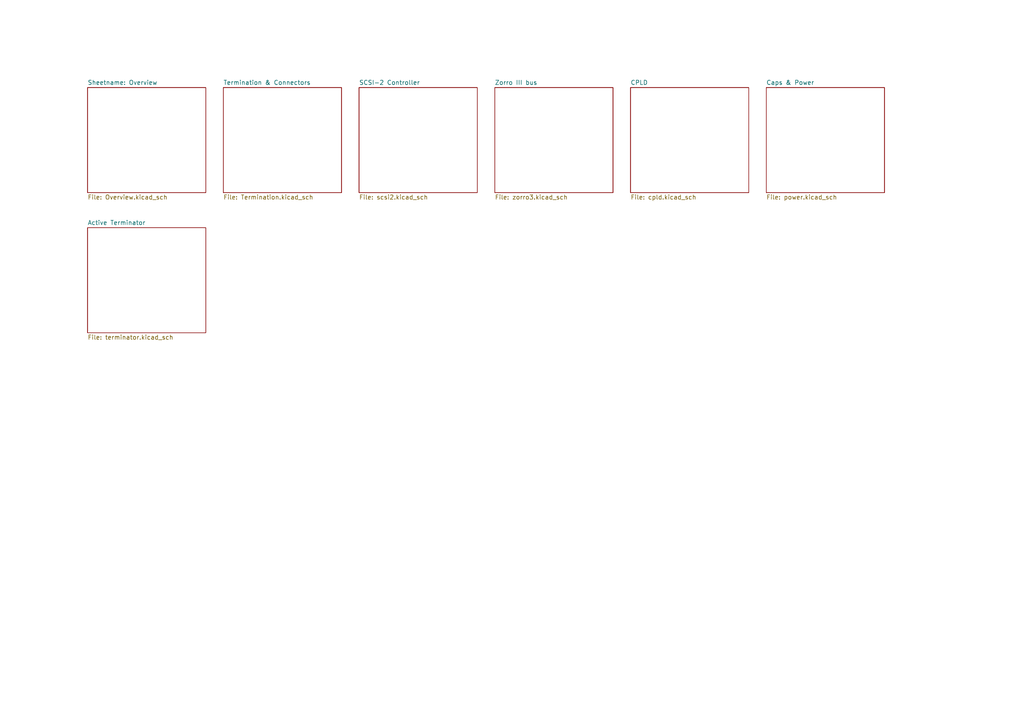
<source format=kicad_sch>
(kicad_sch
	(version 20250114)
	(generator "eeschema")
	(generator_version "9.0")
	(uuid "8f9f4021-47aa-41d9-bea7-f6ccf72098bb")
	(paper "A4")
	(lib_symbols)
	(sheet
		(at 222.25 25.4)
		(size 34.29 30.48)
		(exclude_from_sim no)
		(in_bom yes)
		(on_board yes)
		(dnp no)
		(fields_autoplaced yes)
		(stroke
			(width 0.1524)
			(type solid)
		)
		(fill
			(color 0 0 0 0.0000)
		)
		(uuid "166c366c-e5f9-4398-87d9-75fc4b57be99")
		(property "Sheetname" "Caps & Power"
			(at 222.25 24.6884 0)
			(effects
				(font
					(size 1.27 1.27)
				)
				(justify left bottom)
			)
		)
		(property "Sheetfile" "power.kicad_sch"
			(at 222.25 56.4646 0)
			(effects
				(font
					(size 1.27 1.27)
				)
				(justify left top)
			)
		)
		(instances
			(project "A4092"
				(path "/8f9f4021-47aa-41d9-bea7-f6ccf72098bb"
					(page "7")
				)
			)
		)
	)
	(sheet
		(at 104.14 25.4)
		(size 34.29 30.48)
		(exclude_from_sim no)
		(in_bom yes)
		(on_board yes)
		(dnp no)
		(fields_autoplaced yes)
		(stroke
			(width 0.1524)
			(type solid)
		)
		(fill
			(color 0 0 0 0.0000)
		)
		(uuid "2daf4fe3-1e72-4ad5-914a-264df02f69b3")
		(property "Sheetname" "SCSI-2 Controller"
			(at 104.14 24.6884 0)
			(effects
				(font
					(size 1.27 1.27)
				)
				(justify left bottom)
			)
		)
		(property "Sheetfile" "scsi2.kicad_sch"
			(at 104.14 56.4646 0)
			(effects
				(font
					(size 1.27 1.27)
				)
				(justify left top)
			)
		)
		(instances
			(project "A4092"
				(path "/8f9f4021-47aa-41d9-bea7-f6ccf72098bb"
					(page "4")
				)
			)
		)
	)
	(sheet
		(at 64.77 25.4)
		(size 34.29 30.48)
		(exclude_from_sim no)
		(in_bom yes)
		(on_board yes)
		(dnp no)
		(fields_autoplaced yes)
		(stroke
			(width 0.1524)
			(type solid)
		)
		(fill
			(color 0 0 0 0.0000)
		)
		(uuid "53e9e23b-3b92-4a87-a15c-9c224d6145c5")
		(property "Sheetname" "Termination & Connectors"
			(at 64.77 24.6884 0)
			(effects
				(font
					(size 1.27 1.27)
				)
				(justify left bottom)
			)
		)
		(property "Sheetfile" "Termination.kicad_sch"
			(at 64.77 56.4646 0)
			(effects
				(font
					(size 1.27 1.27)
				)
				(justify left top)
			)
		)
		(instances
			(project "A4092"
				(path "/8f9f4021-47aa-41d9-bea7-f6ccf72098bb"
					(page "3")
				)
			)
		)
	)
	(sheet
		(at 143.51 25.4)
		(size 34.29 30.48)
		(exclude_from_sim no)
		(in_bom yes)
		(on_board yes)
		(dnp no)
		(fields_autoplaced yes)
		(stroke
			(width 0.1524)
			(type solid)
		)
		(fill
			(color 0 0 0 0.0000)
		)
		(uuid "54ff82a5-3c96-49ab-8139-25683e385401")
		(property "Sheetname" "Zorro III bus"
			(at 143.51 24.6884 0)
			(effects
				(font
					(size 1.27 1.27)
				)
				(justify left bottom)
			)
		)
		(property "Sheetfile" "zorro3.kicad_sch"
			(at 143.51 56.4646 0)
			(effects
				(font
					(size 1.27 1.27)
				)
				(justify left top)
			)
		)
		(instances
			(project "A4092"
				(path "/8f9f4021-47aa-41d9-bea7-f6ccf72098bb"
					(page "6")
				)
			)
		)
	)
	(sheet
		(at 182.88 25.4)
		(size 34.29 30.48)
		(exclude_from_sim no)
		(in_bom yes)
		(on_board yes)
		(dnp no)
		(fields_autoplaced yes)
		(stroke
			(width 0.1524)
			(type solid)
		)
		(fill
			(color 0 0 0 0.0000)
		)
		(uuid "6ae4417c-9681-4757-b289-033d6e31deb3")
		(property "Sheetname" "CPLD"
			(at 182.88 24.6884 0)
			(effects
				(font
					(size 1.27 1.27)
				)
				(justify left bottom)
			)
		)
		(property "Sheetfile" "cpld.kicad_sch"
			(at 182.88 56.4646 0)
			(effects
				(font
					(size 1.27 1.27)
				)
				(justify left top)
			)
		)
		(instances
			(project "A4092"
				(path "/8f9f4021-47aa-41d9-bea7-f6ccf72098bb"
					(page "5")
				)
			)
		)
	)
	(sheet
		(at 25.4 25.4)
		(size 34.29 30.48)
		(exclude_from_sim no)
		(in_bom yes)
		(on_board yes)
		(dnp no)
		(fields_autoplaced yes)
		(stroke
			(width 0.1524)
			(type solid)
		)
		(fill
			(color 0 0 0 0.0000)
		)
		(uuid "80a30a4b-0d8b-4200-801f-3e30e443e45d")
		(property "Sheetname" "Overview"
			(at 25.4 24.6884 0)
			(show_name yes)
			(effects
				(font
					(size 1.27 1.27)
				)
				(justify left bottom)
			)
		)
		(property "Sheetfile" "Overview.kicad_sch"
			(at 25.4 56.4646 0)
			(effects
				(font
					(size 1.27 1.27)
				)
				(justify left top)
			)
		)
		(instances
			(project "A4092"
				(path "/8f9f4021-47aa-41d9-bea7-f6ccf72098bb"
					(page "2")
				)
			)
		)
	)
	(sheet
		(at 25.4 66.04)
		(size 34.29 30.48)
		(exclude_from_sim no)
		(in_bom yes)
		(on_board yes)
		(dnp no)
		(fields_autoplaced yes)
		(stroke
			(width 0.1524)
			(type solid)
		)
		(fill
			(color 0 0 0 0.0000)
		)
		(uuid "97c10e53-7421-4a8c-b5c9-df668acd9538")
		(property "Sheetname" "Active Terminator"
			(at 25.4 65.3284 0)
			(effects
				(font
					(size 1.27 1.27)
				)
				(justify left bottom)
			)
		)
		(property "Sheetfile" "terminator.kicad_sch"
			(at 25.4 97.1046 0)
			(effects
				(font
					(size 1.27 1.27)
				)
				(justify left top)
			)
		)
		(instances
			(project "A4092"
				(path "/8f9f4021-47aa-41d9-bea7-f6ccf72098bb"
					(page "8")
				)
			)
		)
	)
	(sheet_instances
		(path "/"
			(page "1")
		)
	)
	(embedded_fonts no)
)

</source>
